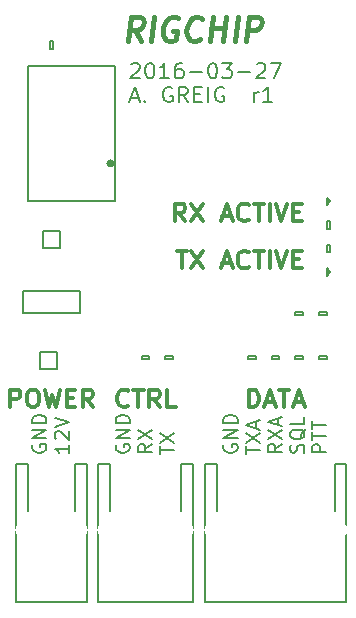
<source format=gto>
G04 #@! TF.FileFunction,Legend,Top*
%FSLAX46Y46*%
G04 Gerber Fmt 4.6, Leading zero omitted, Abs format (unit mm)*
G04 Created by KiCad (PCBNEW 0.201512291232+6408~40~ubuntu14.04.1-stable) date Sun 27 Mar 2016 18:33:55 BST*
%MOMM*%
G01*
G04 APERTURE LIST*
%ADD10C,0.100000*%
%ADD11C,0.200000*%
%ADD12C,0.400000*%
%ADD13C,0.300000*%
%ADD14C,0.150000*%
%ADD15R,0.950000X1.000000*%
%ADD16R,1.150000X1.800000*%
%ADD17R,1.000000X0.950000*%
%ADD18R,0.620000X0.620000*%
%ADD19C,1.500000*%
%ADD20C,1.900000*%
%ADD21C,1.200000*%
%ADD22C,1.600000*%
%ADD23R,4.200000X1.400000*%
G04 APERTURE END LIST*
D10*
D11*
X66247619Y-54151905D02*
X66309524Y-54090000D01*
X66433333Y-54028095D01*
X66742857Y-54028095D01*
X66866667Y-54090000D01*
X66928571Y-54151905D01*
X66990476Y-54275714D01*
X66990476Y-54399524D01*
X66928571Y-54585238D01*
X66185714Y-55328095D01*
X66990476Y-55328095D01*
X67795238Y-54028095D02*
X67919047Y-54028095D01*
X68042857Y-54090000D01*
X68104762Y-54151905D01*
X68166666Y-54275714D01*
X68228571Y-54523333D01*
X68228571Y-54832857D01*
X68166666Y-55080476D01*
X68104762Y-55204286D01*
X68042857Y-55266190D01*
X67919047Y-55328095D01*
X67795238Y-55328095D01*
X67671428Y-55266190D01*
X67609524Y-55204286D01*
X67547619Y-55080476D01*
X67485714Y-54832857D01*
X67485714Y-54523333D01*
X67547619Y-54275714D01*
X67609524Y-54151905D01*
X67671428Y-54090000D01*
X67795238Y-54028095D01*
X69466666Y-55328095D02*
X68723809Y-55328095D01*
X69095238Y-55328095D02*
X69095238Y-54028095D01*
X68971428Y-54213810D01*
X68847619Y-54337619D01*
X68723809Y-54399524D01*
X70580952Y-54028095D02*
X70333333Y-54028095D01*
X70209523Y-54090000D01*
X70147618Y-54151905D01*
X70023809Y-54337619D01*
X69961904Y-54585238D01*
X69961904Y-55080476D01*
X70023809Y-55204286D01*
X70085714Y-55266190D01*
X70209523Y-55328095D01*
X70457142Y-55328095D01*
X70580952Y-55266190D01*
X70642856Y-55204286D01*
X70704761Y-55080476D01*
X70704761Y-54770952D01*
X70642856Y-54647143D01*
X70580952Y-54585238D01*
X70457142Y-54523333D01*
X70209523Y-54523333D01*
X70085714Y-54585238D01*
X70023809Y-54647143D01*
X69961904Y-54770952D01*
X71261904Y-54832857D02*
X72252380Y-54832857D01*
X73119047Y-54028095D02*
X73242856Y-54028095D01*
X73366666Y-54090000D01*
X73428571Y-54151905D01*
X73490475Y-54275714D01*
X73552380Y-54523333D01*
X73552380Y-54832857D01*
X73490475Y-55080476D01*
X73428571Y-55204286D01*
X73366666Y-55266190D01*
X73242856Y-55328095D01*
X73119047Y-55328095D01*
X72995237Y-55266190D01*
X72933333Y-55204286D01*
X72871428Y-55080476D01*
X72809523Y-54832857D01*
X72809523Y-54523333D01*
X72871428Y-54275714D01*
X72933333Y-54151905D01*
X72995237Y-54090000D01*
X73119047Y-54028095D01*
X73985713Y-54028095D02*
X74790475Y-54028095D01*
X74357142Y-54523333D01*
X74542856Y-54523333D01*
X74666666Y-54585238D01*
X74728570Y-54647143D01*
X74790475Y-54770952D01*
X74790475Y-55080476D01*
X74728570Y-55204286D01*
X74666666Y-55266190D01*
X74542856Y-55328095D01*
X74171428Y-55328095D01*
X74047618Y-55266190D01*
X73985713Y-55204286D01*
X75347618Y-54832857D02*
X76338094Y-54832857D01*
X76895237Y-54151905D02*
X76957142Y-54090000D01*
X77080951Y-54028095D01*
X77390475Y-54028095D01*
X77514285Y-54090000D01*
X77576189Y-54151905D01*
X77638094Y-54275714D01*
X77638094Y-54399524D01*
X77576189Y-54585238D01*
X76833332Y-55328095D01*
X77638094Y-55328095D01*
X78071427Y-54028095D02*
X78938094Y-54028095D01*
X78380951Y-55328095D01*
X66247619Y-56976667D02*
X66866667Y-56976667D01*
X66123810Y-57348095D02*
X66557143Y-56048095D01*
X66990476Y-57348095D01*
X67423810Y-57224286D02*
X67485715Y-57286190D01*
X67423810Y-57348095D01*
X67361905Y-57286190D01*
X67423810Y-57224286D01*
X67423810Y-57348095D01*
X69714286Y-56110000D02*
X69590477Y-56048095D01*
X69404762Y-56048095D01*
X69219048Y-56110000D01*
X69095239Y-56233810D01*
X69033334Y-56357619D01*
X68971429Y-56605238D01*
X68971429Y-56790952D01*
X69033334Y-57038571D01*
X69095239Y-57162381D01*
X69219048Y-57286190D01*
X69404762Y-57348095D01*
X69528572Y-57348095D01*
X69714286Y-57286190D01*
X69776191Y-57224286D01*
X69776191Y-56790952D01*
X69528572Y-56790952D01*
X71076191Y-57348095D02*
X70642858Y-56729048D01*
X70333334Y-57348095D02*
X70333334Y-56048095D01*
X70828572Y-56048095D01*
X70952381Y-56110000D01*
X71014286Y-56171905D01*
X71076191Y-56295714D01*
X71076191Y-56481429D01*
X71014286Y-56605238D01*
X70952381Y-56667143D01*
X70828572Y-56729048D01*
X70333334Y-56729048D01*
X71633334Y-56667143D02*
X72066667Y-56667143D01*
X72252381Y-57348095D02*
X71633334Y-57348095D01*
X71633334Y-56048095D01*
X72252381Y-56048095D01*
X72809524Y-57348095D02*
X72809524Y-56048095D01*
X74109524Y-56110000D02*
X73985715Y-56048095D01*
X73800000Y-56048095D01*
X73614286Y-56110000D01*
X73490477Y-56233810D01*
X73428572Y-56357619D01*
X73366667Y-56605238D01*
X73366667Y-56790952D01*
X73428572Y-57038571D01*
X73490477Y-57162381D01*
X73614286Y-57286190D01*
X73800000Y-57348095D01*
X73923810Y-57348095D01*
X74109524Y-57286190D01*
X74171429Y-57224286D01*
X74171429Y-56790952D01*
X73923810Y-56790952D01*
X76709524Y-57348095D02*
X76709524Y-56481429D01*
X76709524Y-56729048D02*
X76771429Y-56605238D01*
X76833333Y-56543333D01*
X76957143Y-56481429D01*
X77080952Y-56481429D01*
X78195238Y-57348095D02*
X77452381Y-57348095D01*
X77823810Y-57348095D02*
X77823810Y-56048095D01*
X77700000Y-56233810D01*
X77576191Y-56357619D01*
X77452381Y-56419524D01*
D12*
X67130953Y-52154762D02*
X66583333Y-51202381D01*
X65988095Y-52154762D02*
X66238095Y-50154762D01*
X67000000Y-50154762D01*
X67178571Y-50250000D01*
X67261905Y-50345238D01*
X67333334Y-50535714D01*
X67297619Y-50821429D01*
X67178572Y-51011905D01*
X67071428Y-51107143D01*
X66869047Y-51202381D01*
X66107142Y-51202381D01*
X67988095Y-52154762D02*
X68238095Y-50154762D01*
X70226191Y-50250000D02*
X70047619Y-50154762D01*
X69761905Y-50154762D01*
X69464286Y-50250000D01*
X69250001Y-50440476D01*
X69130952Y-50630952D01*
X68988095Y-51011905D01*
X68952381Y-51297619D01*
X69000000Y-51678571D01*
X69071429Y-51869048D01*
X69238096Y-52059524D01*
X69511905Y-52154762D01*
X69702381Y-52154762D01*
X70000001Y-52059524D01*
X70107143Y-51964286D01*
X70190477Y-51297619D01*
X69809524Y-51297619D01*
X72107143Y-51964286D02*
X72000001Y-52059524D01*
X71702381Y-52154762D01*
X71511905Y-52154762D01*
X71238096Y-52059524D01*
X71071429Y-51869048D01*
X71000000Y-51678571D01*
X70952381Y-51297619D01*
X70988095Y-51011905D01*
X71130952Y-50630952D01*
X71250001Y-50440476D01*
X71464286Y-50250000D01*
X71761905Y-50154762D01*
X71952381Y-50154762D01*
X72226191Y-50250000D01*
X72309524Y-50345238D01*
X72940476Y-52154762D02*
X73190476Y-50154762D01*
X73071428Y-51107143D02*
X74214286Y-51107143D01*
X74083334Y-52154762D02*
X74333334Y-50154762D01*
X75035714Y-52154762D02*
X75285714Y-50154762D01*
X75988095Y-52154762D02*
X76238095Y-50154762D01*
X77000000Y-50154762D01*
X77178571Y-50250000D01*
X77261905Y-50345238D01*
X77333334Y-50535714D01*
X77297619Y-50821429D01*
X77178572Y-51011905D01*
X77071428Y-51107143D01*
X76869047Y-51202381D01*
X76107142Y-51202381D01*
D13*
X70142858Y-69928571D02*
X71000001Y-69928571D01*
X70571430Y-71428571D02*
X70571430Y-69928571D01*
X71357144Y-69928571D02*
X72357144Y-71428571D01*
X72357144Y-69928571D02*
X71357144Y-71428571D01*
X74000000Y-71000000D02*
X74714286Y-71000000D01*
X73857143Y-71428571D02*
X74357143Y-69928571D01*
X74857143Y-71428571D01*
X76214286Y-71285714D02*
X76142857Y-71357143D01*
X75928571Y-71428571D01*
X75785714Y-71428571D01*
X75571429Y-71357143D01*
X75428571Y-71214286D01*
X75357143Y-71071429D01*
X75285714Y-70785714D01*
X75285714Y-70571429D01*
X75357143Y-70285714D01*
X75428571Y-70142857D01*
X75571429Y-70000000D01*
X75785714Y-69928571D01*
X75928571Y-69928571D01*
X76142857Y-70000000D01*
X76214286Y-70071429D01*
X76642857Y-69928571D02*
X77500000Y-69928571D01*
X77071429Y-71428571D02*
X77071429Y-69928571D01*
X78000000Y-71428571D02*
X78000000Y-69928571D01*
X78500000Y-69928571D02*
X79000000Y-71428571D01*
X79500000Y-69928571D01*
X80000000Y-70642857D02*
X80500000Y-70642857D01*
X80714286Y-71428571D02*
X80000000Y-71428571D01*
X80000000Y-69928571D01*
X80714286Y-69928571D01*
X70857144Y-67428571D02*
X70357144Y-66714286D01*
X70000001Y-67428571D02*
X70000001Y-65928571D01*
X70571429Y-65928571D01*
X70714287Y-66000000D01*
X70785715Y-66071429D01*
X70857144Y-66214286D01*
X70857144Y-66428571D01*
X70785715Y-66571429D01*
X70714287Y-66642857D01*
X70571429Y-66714286D01*
X70000001Y-66714286D01*
X71357144Y-65928571D02*
X72357144Y-67428571D01*
X72357144Y-65928571D02*
X71357144Y-67428571D01*
X74000000Y-67000000D02*
X74714286Y-67000000D01*
X73857143Y-67428571D02*
X74357143Y-65928571D01*
X74857143Y-67428571D01*
X76214286Y-67285714D02*
X76142857Y-67357143D01*
X75928571Y-67428571D01*
X75785714Y-67428571D01*
X75571429Y-67357143D01*
X75428571Y-67214286D01*
X75357143Y-67071429D01*
X75285714Y-66785714D01*
X75285714Y-66571429D01*
X75357143Y-66285714D01*
X75428571Y-66142857D01*
X75571429Y-66000000D01*
X75785714Y-65928571D01*
X75928571Y-65928571D01*
X76142857Y-66000000D01*
X76214286Y-66071429D01*
X76642857Y-65928571D02*
X77500000Y-65928571D01*
X77071429Y-67428571D02*
X77071429Y-65928571D01*
X78000000Y-67428571D02*
X78000000Y-65928571D01*
X78500000Y-65928571D02*
X79000000Y-67428571D01*
X79500000Y-65928571D01*
X80000000Y-66642857D02*
X80500000Y-66642857D01*
X80714286Y-67428571D02*
X80000000Y-67428571D01*
X80000000Y-65928571D01*
X80714286Y-65928571D01*
D11*
X57960000Y-86335714D02*
X57902857Y-86450000D01*
X57902857Y-86621429D01*
X57960000Y-86792857D01*
X58074286Y-86907143D01*
X58188571Y-86964286D01*
X58417143Y-87021429D01*
X58588571Y-87021429D01*
X58817143Y-86964286D01*
X58931429Y-86907143D01*
X59045714Y-86792857D01*
X59102857Y-86621429D01*
X59102857Y-86507143D01*
X59045714Y-86335714D01*
X58988571Y-86278571D01*
X58588571Y-86278571D01*
X58588571Y-86507143D01*
X59102857Y-85764286D02*
X57902857Y-85764286D01*
X59102857Y-85078571D01*
X57902857Y-85078571D01*
X59102857Y-84507143D02*
X57902857Y-84507143D01*
X57902857Y-84221428D01*
X57960000Y-84050000D01*
X58074286Y-83935714D01*
X58188571Y-83878571D01*
X58417143Y-83821428D01*
X58588571Y-83821428D01*
X58817143Y-83878571D01*
X58931429Y-83935714D01*
X59045714Y-84050000D01*
X59102857Y-84221428D01*
X59102857Y-84507143D01*
X60982857Y-86335714D02*
X60982857Y-87021429D01*
X60982857Y-86678571D02*
X59782857Y-86678571D01*
X59954286Y-86792857D01*
X60068571Y-86907143D01*
X60125714Y-87021429D01*
X59897143Y-85878572D02*
X59840000Y-85821429D01*
X59782857Y-85707143D01*
X59782857Y-85421429D01*
X59840000Y-85307143D01*
X59897143Y-85250000D01*
X60011429Y-85192857D01*
X60125714Y-85192857D01*
X60297143Y-85250000D01*
X60982857Y-85935714D01*
X60982857Y-85192857D01*
X59782857Y-84850000D02*
X60982857Y-84450000D01*
X59782857Y-84050000D01*
X65020000Y-86335714D02*
X64962857Y-86450000D01*
X64962857Y-86621429D01*
X65020000Y-86792857D01*
X65134286Y-86907143D01*
X65248571Y-86964286D01*
X65477143Y-87021429D01*
X65648571Y-87021429D01*
X65877143Y-86964286D01*
X65991429Y-86907143D01*
X66105714Y-86792857D01*
X66162857Y-86621429D01*
X66162857Y-86507143D01*
X66105714Y-86335714D01*
X66048571Y-86278571D01*
X65648571Y-86278571D01*
X65648571Y-86507143D01*
X66162857Y-85764286D02*
X64962857Y-85764286D01*
X66162857Y-85078571D01*
X64962857Y-85078571D01*
X66162857Y-84507143D02*
X64962857Y-84507143D01*
X64962857Y-84221428D01*
X65020000Y-84050000D01*
X65134286Y-83935714D01*
X65248571Y-83878571D01*
X65477143Y-83821428D01*
X65648571Y-83821428D01*
X65877143Y-83878571D01*
X65991429Y-83935714D01*
X66105714Y-84050000D01*
X66162857Y-84221428D01*
X66162857Y-84507143D01*
X68042857Y-86278571D02*
X67471429Y-86678571D01*
X68042857Y-86964286D02*
X66842857Y-86964286D01*
X66842857Y-86507143D01*
X66900000Y-86392857D01*
X66957143Y-86335714D01*
X67071429Y-86278571D01*
X67242857Y-86278571D01*
X67357143Y-86335714D01*
X67414286Y-86392857D01*
X67471429Y-86507143D01*
X67471429Y-86964286D01*
X66842857Y-85878571D02*
X68042857Y-85078571D01*
X66842857Y-85078571D02*
X68042857Y-85878571D01*
X68722857Y-87135714D02*
X68722857Y-86450000D01*
X69922857Y-86792857D02*
X68722857Y-86792857D01*
X68722857Y-86164285D02*
X69922857Y-85364285D01*
X68722857Y-85364285D02*
X69922857Y-86164285D01*
D13*
X66035715Y-83035714D02*
X65964286Y-83107143D01*
X65750000Y-83178571D01*
X65607143Y-83178571D01*
X65392858Y-83107143D01*
X65250000Y-82964286D01*
X65178572Y-82821429D01*
X65107143Y-82535714D01*
X65107143Y-82321429D01*
X65178572Y-82035714D01*
X65250000Y-81892857D01*
X65392858Y-81750000D01*
X65607143Y-81678571D01*
X65750000Y-81678571D01*
X65964286Y-81750000D01*
X66035715Y-81821429D01*
X66464286Y-81678571D02*
X67321429Y-81678571D01*
X66892858Y-83178571D02*
X66892858Y-81678571D01*
X68678572Y-83178571D02*
X68178572Y-82464286D01*
X67821429Y-83178571D02*
X67821429Y-81678571D01*
X68392857Y-81678571D01*
X68535715Y-81750000D01*
X68607143Y-81821429D01*
X68678572Y-81964286D01*
X68678572Y-82178571D01*
X68607143Y-82321429D01*
X68535715Y-82392857D01*
X68392857Y-82464286D01*
X67821429Y-82464286D01*
X70035715Y-83178571D02*
X69321429Y-83178571D01*
X69321429Y-81678571D01*
D11*
X74140000Y-86335714D02*
X74082857Y-86450000D01*
X74082857Y-86621429D01*
X74140000Y-86792857D01*
X74254286Y-86907143D01*
X74368571Y-86964286D01*
X74597143Y-87021429D01*
X74768571Y-87021429D01*
X74997143Y-86964286D01*
X75111429Y-86907143D01*
X75225714Y-86792857D01*
X75282857Y-86621429D01*
X75282857Y-86507143D01*
X75225714Y-86335714D01*
X75168571Y-86278571D01*
X74768571Y-86278571D01*
X74768571Y-86507143D01*
X75282857Y-85764286D02*
X74082857Y-85764286D01*
X75282857Y-85078571D01*
X74082857Y-85078571D01*
X75282857Y-84507143D02*
X74082857Y-84507143D01*
X74082857Y-84221428D01*
X74140000Y-84050000D01*
X74254286Y-83935714D01*
X74368571Y-83878571D01*
X74597143Y-83821428D01*
X74768571Y-83821428D01*
X74997143Y-83878571D01*
X75111429Y-83935714D01*
X75225714Y-84050000D01*
X75282857Y-84221428D01*
X75282857Y-84507143D01*
X75962857Y-87135714D02*
X75962857Y-86450000D01*
X77162857Y-86792857D02*
X75962857Y-86792857D01*
X75962857Y-86164285D02*
X77162857Y-85364285D01*
X75962857Y-85364285D02*
X77162857Y-86164285D01*
X76820000Y-84964286D02*
X76820000Y-84392857D01*
X77162857Y-85078571D02*
X75962857Y-84678571D01*
X77162857Y-84278571D01*
X79042857Y-86278571D02*
X78471429Y-86678571D01*
X79042857Y-86964286D02*
X77842857Y-86964286D01*
X77842857Y-86507143D01*
X77900000Y-86392857D01*
X77957143Y-86335714D01*
X78071429Y-86278571D01*
X78242857Y-86278571D01*
X78357143Y-86335714D01*
X78414286Y-86392857D01*
X78471429Y-86507143D01*
X78471429Y-86964286D01*
X77842857Y-85878571D02*
X79042857Y-85078571D01*
X77842857Y-85078571D02*
X79042857Y-85878571D01*
X78700000Y-84678572D02*
X78700000Y-84107143D01*
X79042857Y-84792857D02*
X77842857Y-84392857D01*
X79042857Y-83992857D01*
X80865714Y-87021429D02*
X80922857Y-86850000D01*
X80922857Y-86564286D01*
X80865714Y-86450000D01*
X80808571Y-86392857D01*
X80694286Y-86335714D01*
X80580000Y-86335714D01*
X80465714Y-86392857D01*
X80408571Y-86450000D01*
X80351429Y-86564286D01*
X80294286Y-86792857D01*
X80237143Y-86907143D01*
X80180000Y-86964286D01*
X80065714Y-87021429D01*
X79951429Y-87021429D01*
X79837143Y-86964286D01*
X79780000Y-86907143D01*
X79722857Y-86792857D01*
X79722857Y-86507143D01*
X79780000Y-86335714D01*
X81037143Y-85021429D02*
X80980000Y-85135714D01*
X80865714Y-85250000D01*
X80694286Y-85421429D01*
X80637143Y-85535714D01*
X80637143Y-85650000D01*
X80922857Y-85592857D02*
X80865714Y-85707143D01*
X80751429Y-85821429D01*
X80522857Y-85878572D01*
X80122857Y-85878572D01*
X79894286Y-85821429D01*
X79780000Y-85707143D01*
X79722857Y-85592857D01*
X79722857Y-85364286D01*
X79780000Y-85250000D01*
X79894286Y-85135714D01*
X80122857Y-85078572D01*
X80522857Y-85078572D01*
X80751429Y-85135714D01*
X80865714Y-85250000D01*
X80922857Y-85364286D01*
X80922857Y-85592857D01*
X80922857Y-83992857D02*
X80922857Y-84564286D01*
X79722857Y-84564286D01*
X82802857Y-86964286D02*
X81602857Y-86964286D01*
X81602857Y-86507143D01*
X81660000Y-86392857D01*
X81717143Y-86335714D01*
X81831429Y-86278571D01*
X82002857Y-86278571D01*
X82117143Y-86335714D01*
X82174286Y-86392857D01*
X82231429Y-86507143D01*
X82231429Y-86964286D01*
X81602857Y-85935714D02*
X81602857Y-85250000D01*
X82802857Y-85592857D02*
X81602857Y-85592857D01*
X81602857Y-85021428D02*
X81602857Y-84335714D01*
X82802857Y-84678571D02*
X81602857Y-84678571D01*
D13*
X76250001Y-83178571D02*
X76250001Y-81678571D01*
X76607144Y-81678571D01*
X76821429Y-81750000D01*
X76964287Y-81892857D01*
X77035715Y-82035714D01*
X77107144Y-82321429D01*
X77107144Y-82535714D01*
X77035715Y-82821429D01*
X76964287Y-82964286D01*
X76821429Y-83107143D01*
X76607144Y-83178571D01*
X76250001Y-83178571D01*
X77678572Y-82750000D02*
X78392858Y-82750000D01*
X77535715Y-83178571D02*
X78035715Y-81678571D01*
X78535715Y-83178571D01*
X78821429Y-81678571D02*
X79678572Y-81678571D01*
X79250001Y-83178571D02*
X79250001Y-81678571D01*
X80107143Y-82750000D02*
X80821429Y-82750000D01*
X79964286Y-83178571D02*
X80464286Y-81678571D01*
X80964286Y-83178571D01*
X56035714Y-83178571D02*
X56035714Y-81678571D01*
X56607142Y-81678571D01*
X56750000Y-81750000D01*
X56821428Y-81821429D01*
X56892857Y-81964286D01*
X56892857Y-82178571D01*
X56821428Y-82321429D01*
X56750000Y-82392857D01*
X56607142Y-82464286D01*
X56035714Y-82464286D01*
X57821428Y-81678571D02*
X58107142Y-81678571D01*
X58250000Y-81750000D01*
X58392857Y-81892857D01*
X58464285Y-82178571D01*
X58464285Y-82678571D01*
X58392857Y-82964286D01*
X58250000Y-83107143D01*
X58107142Y-83178571D01*
X57821428Y-83178571D01*
X57678571Y-83107143D01*
X57535714Y-82964286D01*
X57464285Y-82678571D01*
X57464285Y-82178571D01*
X57535714Y-81892857D01*
X57678571Y-81750000D01*
X57821428Y-81678571D01*
X58964286Y-81678571D02*
X59321429Y-83178571D01*
X59607143Y-82107143D01*
X59892857Y-83178571D01*
X60250000Y-81678571D01*
X60821429Y-82392857D02*
X61321429Y-82392857D01*
X61535715Y-83178571D02*
X60821429Y-83178571D01*
X60821429Y-81678571D01*
X61535715Y-81678571D01*
X63035715Y-83178571D02*
X62535715Y-82464286D01*
X62178572Y-83178571D02*
X62178572Y-81678571D01*
X62750000Y-81678571D01*
X62892858Y-81750000D01*
X62964286Y-81821429D01*
X63035715Y-81964286D01*
X63035715Y-82178571D01*
X62964286Y-82321429D01*
X62892858Y-82392857D01*
X62750000Y-82464286D01*
X62178572Y-82464286D01*
D14*
X59625000Y-52825000D02*
X59375000Y-52825000D01*
X59375000Y-52825000D02*
X59375000Y-52175000D01*
X59375000Y-52175000D02*
X59625000Y-52175000D01*
X59625000Y-52175000D02*
X59625000Y-52825000D01*
X59975000Y-79975000D02*
X58525000Y-79975000D01*
X58525000Y-79975000D02*
X58525000Y-78525000D01*
X58525000Y-78525000D02*
X59975000Y-78525000D01*
X59975000Y-78525000D02*
X59975000Y-79975000D01*
X60225000Y-69725000D02*
X58775000Y-69725000D01*
X58775000Y-69725000D02*
X58775000Y-68275000D01*
X58775000Y-68275000D02*
X60225000Y-68275000D01*
X60225000Y-68275000D02*
X60225000Y-69725000D01*
X80175000Y-75375000D02*
X80175000Y-75125000D01*
X80175000Y-75125000D02*
X80825000Y-75125000D01*
X80825000Y-75125000D02*
X80825000Y-75375000D01*
X80825000Y-75375000D02*
X80175000Y-75375000D01*
X82175000Y-75375000D02*
X82175000Y-75125000D01*
X82175000Y-75125000D02*
X82825000Y-75125000D01*
X82825000Y-75125000D02*
X82825000Y-75375000D01*
X82825000Y-75375000D02*
X82175000Y-75375000D01*
X83125000Y-65750000D02*
X82875000Y-66075000D01*
X83125000Y-65750000D02*
X82875000Y-65425000D01*
X82875000Y-66075000D02*
X82875000Y-65425000D01*
X83125000Y-71750000D02*
X82875000Y-72075000D01*
X83125000Y-71750000D02*
X82875000Y-71425000D01*
X82875000Y-72075000D02*
X82875000Y-71425000D01*
X64600200Y-62540000D02*
G75*
G03X64600200Y-62540000I-76200J0D01*
G01*
X64651000Y-62540000D02*
G75*
G03X64651000Y-62540000I-127000J0D01*
G01*
X57500000Y-54250000D02*
X57500000Y-65750000D01*
X64900000Y-54250000D02*
X57500000Y-54250000D01*
X64900000Y-65750000D02*
X64900000Y-54250000D01*
X57500000Y-65750000D02*
X64900000Y-65750000D01*
X64778000Y-62540000D02*
G75*
G03X64778000Y-62540000I-254000J0D01*
G01*
X62500000Y-99700000D02*
X56500000Y-99700000D01*
X56500000Y-99700000D02*
X56500000Y-88000000D01*
X56500000Y-88000000D02*
X57500000Y-88000000D01*
X57500000Y-88000000D02*
X57500000Y-92000000D01*
X62500000Y-99700000D02*
X62500000Y-88000000D01*
X62500000Y-88000000D02*
X61500000Y-88000000D01*
X61500000Y-88000000D02*
X61500000Y-92000000D01*
X84500000Y-99700000D02*
X72500000Y-99700000D01*
X72500000Y-99700000D02*
X72500000Y-88000000D01*
X72500000Y-88000000D02*
X73500000Y-88000000D01*
X73500000Y-88000000D02*
X73500000Y-92000000D01*
X84500000Y-99700000D02*
X84500000Y-88000000D01*
X84500000Y-88000000D02*
X83500000Y-88000000D01*
X83500000Y-88000000D02*
X83500000Y-92000000D01*
X71500000Y-99700000D02*
X63500000Y-99700000D01*
X63500000Y-99700000D02*
X63500000Y-88000000D01*
X63500000Y-88000000D02*
X64500000Y-88000000D01*
X64500000Y-88000000D02*
X64500000Y-92000000D01*
X71500000Y-99700000D02*
X71500000Y-88000000D01*
X71500000Y-88000000D02*
X70500000Y-88000000D01*
X70500000Y-88000000D02*
X70500000Y-92000000D01*
X57075000Y-75200000D02*
X57075000Y-73300000D01*
X57075000Y-73300000D02*
X61925000Y-73300000D01*
X61925000Y-73300000D02*
X61925000Y-75200000D01*
X61925000Y-75200000D02*
X57075000Y-75200000D01*
X82175000Y-79125000D02*
X82175000Y-78875000D01*
X82175000Y-78875000D02*
X82825000Y-78875000D01*
X82825000Y-78875000D02*
X82825000Y-79125000D01*
X82825000Y-79125000D02*
X82175000Y-79125000D01*
X80175000Y-79125000D02*
X80175000Y-78875000D01*
X80175000Y-78875000D02*
X80825000Y-78875000D01*
X80825000Y-78875000D02*
X80825000Y-79125000D01*
X80825000Y-79125000D02*
X80175000Y-79125000D01*
X78175000Y-79125000D02*
X78175000Y-78875000D01*
X78175000Y-78875000D02*
X78825000Y-78875000D01*
X78825000Y-78875000D02*
X78825000Y-79125000D01*
X78825000Y-79125000D02*
X78175000Y-79125000D01*
X76175000Y-79125000D02*
X76175000Y-78875000D01*
X76175000Y-78875000D02*
X76825000Y-78875000D01*
X76825000Y-78875000D02*
X76825000Y-79125000D01*
X76825000Y-79125000D02*
X76175000Y-79125000D01*
X69175000Y-79125000D02*
X69175000Y-78875000D01*
X69175000Y-78875000D02*
X69825000Y-78875000D01*
X69825000Y-78875000D02*
X69825000Y-79125000D01*
X69825000Y-79125000D02*
X69175000Y-79125000D01*
X67175000Y-79125000D02*
X67175000Y-78875000D01*
X67175000Y-78875000D02*
X67825000Y-78875000D01*
X67825000Y-78875000D02*
X67825000Y-79125000D01*
X67825000Y-79125000D02*
X67175000Y-79125000D01*
X83125000Y-68075000D02*
X82875000Y-68075000D01*
X82875000Y-68075000D02*
X82875000Y-67425000D01*
X82875000Y-67425000D02*
X83125000Y-67425000D01*
X83125000Y-67425000D02*
X83125000Y-68075000D01*
X83125000Y-70075000D02*
X82875000Y-70075000D01*
X82875000Y-70075000D02*
X82875000Y-69425000D01*
X82875000Y-69425000D02*
X83125000Y-69425000D01*
X83125000Y-69425000D02*
X83125000Y-70075000D01*
%LPC*%
D15*
X60300000Y-52500000D03*
X58700000Y-52500000D03*
D16*
X60750000Y-79250000D03*
X57750000Y-79250000D03*
X61000000Y-69000000D03*
X58000000Y-69000000D03*
D17*
X80500000Y-76050000D03*
X80500000Y-74450000D03*
X82500000Y-76050000D03*
X82500000Y-74450000D03*
D18*
X59950000Y-89750000D03*
X59050000Y-89750000D03*
X76500000Y-89450000D03*
X76500000Y-88550000D03*
X78500000Y-89450000D03*
X78500000Y-88550000D03*
X80500000Y-89450000D03*
X80500000Y-88550000D03*
X82500000Y-89450000D03*
X82500000Y-88550000D03*
X67500000Y-89450000D03*
X67500000Y-88550000D03*
X69500000Y-89450000D03*
X69500000Y-88550000D03*
D15*
X83800000Y-65750000D03*
X82200000Y-65750000D03*
X83800000Y-71750000D03*
X82200000Y-71750000D03*
D19*
X63000000Y-62540000D03*
X63000000Y-60000000D03*
X63000000Y-57460000D03*
D20*
X51470000Y-98730000D03*
X54010000Y-98730000D03*
X54010000Y-96190000D03*
X51470000Y-96190000D03*
X51470000Y-93650000D03*
X54010000Y-93650000D03*
X54010000Y-91110000D03*
X51470000Y-91110000D03*
X51470000Y-88570000D03*
X54010000Y-88570000D03*
X51470000Y-86030000D03*
X51470000Y-83490000D03*
X51470000Y-80950000D03*
X51470000Y-78410000D03*
X51470000Y-75870000D03*
X51470000Y-73330000D03*
X51470000Y-70790000D03*
X51470000Y-68250000D03*
X51470000Y-65710000D03*
X51470000Y-63170000D03*
X51470000Y-60630000D03*
X51470000Y-58090000D03*
X51470000Y-55550000D03*
X51470000Y-53010000D03*
X54010000Y-53010000D03*
X54010000Y-55550000D03*
X54010000Y-58090000D03*
X54010000Y-60630000D03*
X54010000Y-63170000D03*
X54010000Y-65710000D03*
X54010000Y-68250000D03*
X54010000Y-70790000D03*
X54010000Y-73330000D03*
X54010000Y-75870000D03*
X54010000Y-78410000D03*
X54010000Y-80950000D03*
X54010000Y-83490000D03*
X54010000Y-86030000D03*
X51470000Y-50470000D03*
X54010000Y-50470000D03*
X87030000Y-98730000D03*
X89570000Y-98730000D03*
X87030000Y-96190000D03*
X89570000Y-96190000D03*
X89570000Y-93650000D03*
X87030000Y-93650000D03*
X87030000Y-91110000D03*
X89570000Y-91110000D03*
X89570000Y-88570000D03*
X87030000Y-88570000D03*
X87030000Y-86030000D03*
X89570000Y-86030000D03*
X89570000Y-83490000D03*
X87030000Y-83490000D03*
X87030000Y-80950000D03*
X89570000Y-80950000D03*
X89570000Y-78410000D03*
X87030000Y-78410000D03*
X87030000Y-75870000D03*
X89570000Y-75870000D03*
X89570000Y-73330000D03*
X87030000Y-73330000D03*
X87030000Y-70790000D03*
X89570000Y-70790000D03*
X87030000Y-68250000D03*
X89570000Y-68250000D03*
X87030000Y-65710000D03*
X89570000Y-65710000D03*
X87030000Y-63170000D03*
X89570000Y-63170000D03*
X87030000Y-60630000D03*
X89570000Y-60630000D03*
X87030000Y-58090000D03*
X89570000Y-58090000D03*
X87030000Y-55550000D03*
X89570000Y-55550000D03*
X87030000Y-53010000D03*
X89570000Y-53010000D03*
X87030000Y-50470000D03*
X89570000Y-50470000D03*
D21*
X57000000Y-93600000D03*
X62000000Y-93600000D03*
D22*
X58500000Y-91500000D03*
X60500000Y-91500000D03*
D21*
X73000000Y-93600000D03*
X84000000Y-93600000D03*
D22*
X74500000Y-91500000D03*
X76500000Y-91500000D03*
X78500000Y-91500000D03*
X80500000Y-91500000D03*
X82500000Y-91500000D03*
D21*
X64000000Y-93600000D03*
X71000000Y-93600000D03*
D22*
X65500000Y-91500000D03*
X67500000Y-91500000D03*
X69500000Y-91500000D03*
D23*
X59500000Y-76100000D03*
X59500000Y-72400000D03*
D17*
X82500000Y-79800000D03*
X82500000Y-78200000D03*
X80500000Y-79800000D03*
X80500000Y-78200000D03*
X78500000Y-79800000D03*
X78500000Y-78200000D03*
X76500000Y-79800000D03*
X76500000Y-78200000D03*
X69500000Y-79800000D03*
X69500000Y-78200000D03*
X67500000Y-79800000D03*
X67500000Y-78200000D03*
D15*
X83800000Y-67750000D03*
X82200000Y-67750000D03*
X83800000Y-69750000D03*
X82200000Y-69750000D03*
M02*

</source>
